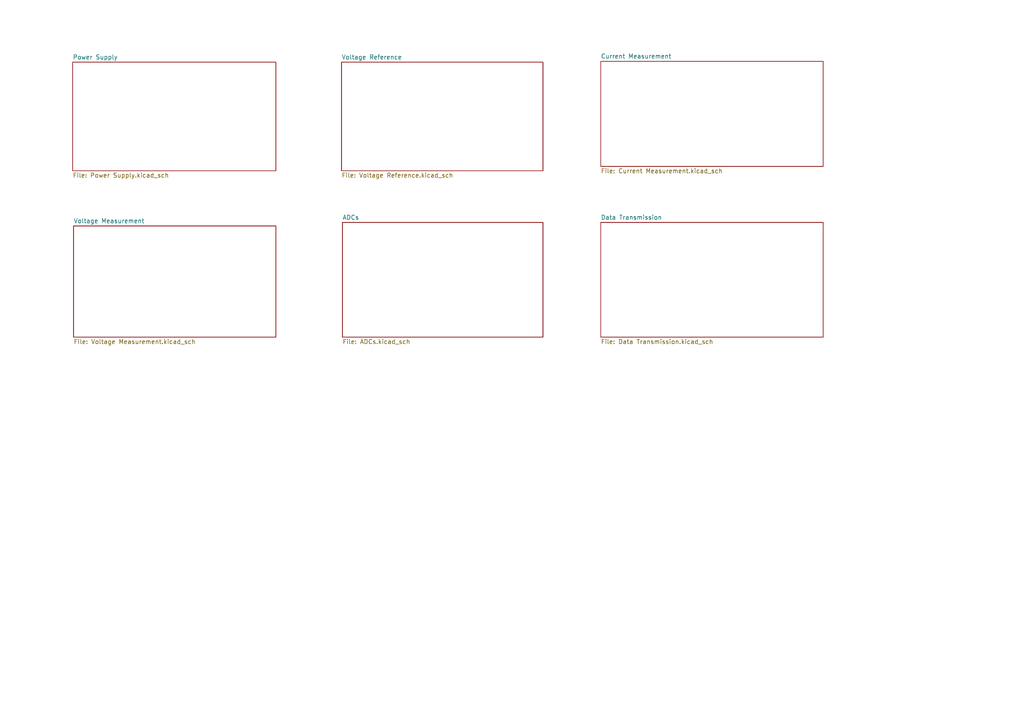
<source format=kicad_sch>
(kicad_sch
	(version 20250114)
	(generator "eeschema")
	(generator_version "9.0")
	(uuid "66a014d4-9adf-4c26-abdd-4cb499698c0e")
	(paper "A4")
	(lib_symbols)
	(sheet
		(at 21.082 18.034)
		(size 58.928 31.496)
		(exclude_from_sim no)
		(in_bom yes)
		(on_board yes)
		(dnp no)
		(fields_autoplaced yes)
		(stroke
			(width 0.1524)
			(type solid)
		)
		(fill
			(color 0 0 0 0.0000)
		)
		(uuid "4e9a2986-136c-4946-82a8-cdb8e3f09e0d")
		(property "Sheetname" "Power Supply"
			(at 21.082 17.3224 0)
			(effects
				(font
					(size 1.27 1.27)
				)
				(justify left bottom)
			)
		)
		(property "Sheetfile" "Power Supply.kicad_sch"
			(at 21.082 50.1146 0)
			(effects
				(font
					(size 1.27 1.27)
				)
				(justify left top)
			)
		)
		(instances
			(project "ProjectSeminar_2025"
				(path "/66a014d4-9adf-4c26-abdd-4cb499698c0e"
					(page "2")
				)
			)
		)
	)
	(sheet
		(at 174.244 64.516)
		(size 64.516 33.274)
		(exclude_from_sim no)
		(in_bom yes)
		(on_board yes)
		(dnp no)
		(fields_autoplaced yes)
		(stroke
			(width 0.1524)
			(type solid)
		)
		(fill
			(color 0 0 0 0.0000)
		)
		(uuid "5df50595-293b-4e19-af46-b4ba9828abb7")
		(property "Sheetname" "Data Transmission"
			(at 174.244 63.8044 0)
			(effects
				(font
					(size 1.27 1.27)
				)
				(justify left bottom)
			)
		)
		(property "Sheetfile" "Data Transmission.kicad_sch"
			(at 174.244 98.3746 0)
			(effects
				(font
					(size 1.27 1.27)
				)
				(justify left top)
			)
		)
		(instances
			(project "ProjectSeminar_2025"
				(path "/66a014d4-9adf-4c26-abdd-4cb499698c0e"
					(page "7")
				)
			)
		)
	)
	(sheet
		(at 99.314 64.516)
		(size 58.166 33.274)
		(exclude_from_sim no)
		(in_bom yes)
		(on_board yes)
		(dnp no)
		(fields_autoplaced yes)
		(stroke
			(width 0.1524)
			(type solid)
		)
		(fill
			(color 0 0 0 0.0000)
		)
		(uuid "8333f204-6732-4df9-b766-5fbbeee9fe31")
		(property "Sheetname" "ADCs"
			(at 99.314 63.8044 0)
			(effects
				(font
					(size 1.27 1.27)
				)
				(justify left bottom)
			)
		)
		(property "Sheetfile" "ADCs.kicad_sch"
			(at 99.314 98.3746 0)
			(effects
				(font
					(size 1.27 1.27)
				)
				(justify left top)
			)
		)
		(instances
			(project "ProjectSeminar_2025"
				(path "/66a014d4-9adf-4c26-abdd-4cb499698c0e"
					(page "6")
				)
			)
		)
	)
	(sheet
		(at 99.06 18.034)
		(size 58.42 31.496)
		(exclude_from_sim no)
		(in_bom yes)
		(on_board yes)
		(dnp no)
		(fields_autoplaced yes)
		(stroke
			(width 0.1524)
			(type solid)
		)
		(fill
			(color 0 0 0 0.0000)
		)
		(uuid "9b3ab43d-5e96-4450-bc4b-0bd0eced8bc6")
		(property "Sheetname" "Voltage Reference"
			(at 99.06 17.3224 0)
			(effects
				(font
					(size 1.27 1.27)
				)
				(justify left bottom)
			)
		)
		(property "Sheetfile" "Voltage Reference.kicad_sch"
			(at 99.06 50.1146 0)
			(effects
				(font
					(size 1.27 1.27)
				)
				(justify left top)
			)
		)
		(instances
			(project "ProjectSeminar_2025"
				(path "/66a014d4-9adf-4c26-abdd-4cb499698c0e"
					(page "3")
				)
			)
		)
	)
	(sheet
		(at 21.336 65.532)
		(size 58.674 32.258)
		(exclude_from_sim no)
		(in_bom yes)
		(on_board yes)
		(dnp no)
		(fields_autoplaced yes)
		(stroke
			(width 0.1524)
			(type solid)
		)
		(fill
			(color 0 0 0 0.0000)
		)
		(uuid "c58ab460-76c6-4e74-b111-402cb7fbdd15")
		(property "Sheetname" "Voltage Measurement"
			(at 21.336 64.8204 0)
			(effects
				(font
					(size 1.27 1.27)
				)
				(justify left bottom)
			)
		)
		(property "Sheetfile" "Voltage Measurement.kicad_sch"
			(at 21.336 98.3746 0)
			(effects
				(font
					(size 1.27 1.27)
				)
				(justify left top)
			)
		)
		(instances
			(project "ProjectSeminar_2025"
				(path "/66a014d4-9adf-4c26-abdd-4cb499698c0e"
					(page "5")
				)
			)
		)
	)
	(sheet
		(at 174.244 17.78)
		(size 64.516 30.48)
		(exclude_from_sim no)
		(in_bom yes)
		(on_board yes)
		(dnp no)
		(fields_autoplaced yes)
		(stroke
			(width 0.1524)
			(type solid)
		)
		(fill
			(color 0 0 0 0.0000)
		)
		(uuid "e5acc658-696d-4669-bd9f-3b037f37e449")
		(property "Sheetname" "Current Measurement"
			(at 174.244 17.0684 0)
			(effects
				(font
					(size 1.27 1.27)
				)
				(justify left bottom)
			)
		)
		(property "Sheetfile" "Current Measurement.kicad_sch"
			(at 174.244 48.8446 0)
			(effects
				(font
					(size 1.27 1.27)
				)
				(justify left top)
			)
		)
		(instances
			(project "ProjectSeminar_2025"
				(path "/66a014d4-9adf-4c26-abdd-4cb499698c0e"
					(page "4")
				)
			)
		)
	)
	(sheet_instances
		(path "/"
			(page "1")
		)
	)
	(embedded_fonts no)
)

</source>
